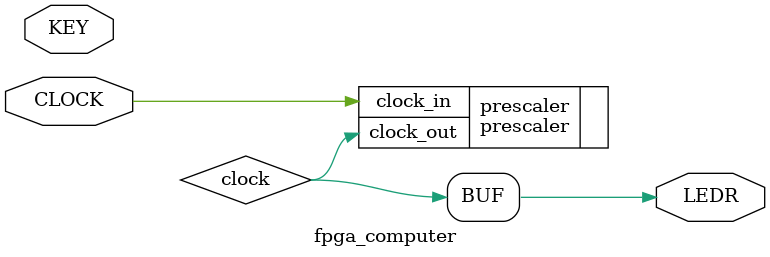
<source format=v>
module fpga_computer (
    input CLOCK,
    input [0:0] KEY,
    output [0:0] LEDR
);
    wire clock;
    prescaler prescaler(.clock_in(CLOCK), .clock_out(clock));

    assign LEDR = clock;
endmodule

</source>
